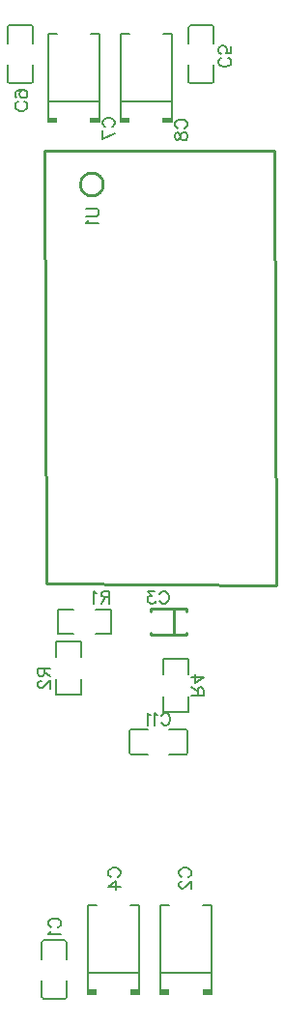
<source format=gbo>
G04 Layer: BottomSilkscreenLayer*
G04 Panelize: , Column: 2, Row: 1, Board Size: 40.01mm x 93.13mm, Panelized Board Size: 90.01mm x 93.13mm*
G04 EasyEDA v6.5.51, 2025-12-10 18:06:53*
G04 0555fe365c4c4ce19a54b4cc8b748554,f920225d1fc94cab822a7ee7b834fcf3,10*
G04 Gerber Generator version 0.2*
G04 Scale: 100 percent, Rotated: No, Reflected: No *
G04 Dimensions in millimeters *
G04 leading zeros omitted , absolute positions ,4 integer and 5 decimal *
%FSLAX45Y45*%
%MOMM*%

%ADD10C,0.1524*%
%ADD11C,0.2540*%
%ADD12C,0.0159*%

%LPD*%
D10*
X1373987Y7751089D02*
G01*
X1451965Y7751089D01*
X1467459Y7746009D01*
X1477873Y7735595D01*
X1482953Y7719847D01*
X1482953Y7709433D01*
X1477873Y7693939D01*
X1467459Y7683525D01*
X1451965Y7678445D01*
X1373987Y7678445D01*
X1394815Y7644155D02*
G01*
X1389481Y7633741D01*
X1373987Y7617993D01*
X1482953Y7617993D01*
X1069995Y1448226D02*
G01*
X1059604Y1453423D01*
X1049213Y1463814D01*
X1044018Y1474203D01*
X1044018Y1494985D01*
X1049213Y1505376D01*
X1059604Y1515767D01*
X1069995Y1520964D01*
X1085583Y1526159D01*
X1111559Y1526159D01*
X1127145Y1520964D01*
X1137536Y1515767D01*
X1147927Y1505376D01*
X1153121Y1494985D01*
X1153121Y1474203D01*
X1147927Y1463814D01*
X1137536Y1453423D01*
X1127145Y1448226D01*
X1064801Y1413936D02*
G01*
X1059604Y1403545D01*
X1044018Y1387960D01*
X1153121Y1387960D01*
X2212949Y1892680D02*
G01*
X2202535Y1898014D01*
X2192121Y1908429D01*
X2187041Y1918588D01*
X2187041Y1939417D01*
X2192121Y1949830D01*
X2202535Y1960245D01*
X2212949Y1965579D01*
X2228697Y1970659D01*
X2254605Y1970659D01*
X2270099Y1965579D01*
X2280513Y1960245D01*
X2290927Y1949830D01*
X2296007Y1939417D01*
X2296007Y1918588D01*
X2290927Y1908429D01*
X2280513Y1898014D01*
X2270099Y1892680D01*
X2212949Y1853311D02*
G01*
X2207869Y1853311D01*
X2197455Y1847977D01*
X2192121Y1842896D01*
X2187041Y1832482D01*
X2187041Y1811654D01*
X2192121Y1801240D01*
X2197455Y1796161D01*
X2207869Y1790827D01*
X2218283Y1790827D01*
X2228697Y1796161D01*
X2244191Y1806575D01*
X2296007Y1858390D01*
X2296007Y1785746D01*
X1590649Y1892680D02*
G01*
X1580235Y1898014D01*
X1569821Y1908429D01*
X1564741Y1918588D01*
X1564741Y1939417D01*
X1569821Y1949830D01*
X1580235Y1960245D01*
X1590649Y1965579D01*
X1606397Y1970659D01*
X1632305Y1970659D01*
X1647799Y1965579D01*
X1658213Y1960245D01*
X1668627Y1949830D01*
X1673707Y1939417D01*
X1673707Y1918588D01*
X1668627Y1908429D01*
X1658213Y1898014D01*
X1647799Y1892680D01*
X1564741Y1806575D02*
G01*
X1637385Y1858390D01*
X1637385Y1780412D01*
X1564741Y1806575D02*
G01*
X1673707Y1806575D01*
X1542465Y8464448D02*
G01*
X1532051Y8469782D01*
X1521637Y8480196D01*
X1516557Y8490356D01*
X1516557Y8511184D01*
X1521637Y8521598D01*
X1532051Y8532012D01*
X1542465Y8537346D01*
X1558213Y8542426D01*
X1584121Y8542426D01*
X1599615Y8537346D01*
X1610029Y8532012D01*
X1620443Y8521598D01*
X1625523Y8511184D01*
X1625523Y8490356D01*
X1620443Y8480196D01*
X1610029Y8469782D01*
X1599615Y8464448D01*
X1516557Y8357514D02*
G01*
X1625523Y8409330D01*
X1516557Y8430158D02*
G01*
X1516557Y8357514D01*
X2177465Y8451748D02*
G01*
X2167051Y8457082D01*
X2156637Y8467496D01*
X2151557Y8477656D01*
X2151557Y8498484D01*
X2156637Y8508898D01*
X2167051Y8519312D01*
X2177465Y8524646D01*
X2193213Y8529726D01*
X2219121Y8529726D01*
X2234615Y8524646D01*
X2245029Y8519312D01*
X2255443Y8508898D01*
X2260523Y8498484D01*
X2260523Y8477656D01*
X2255443Y8467496D01*
X2245029Y8457082D01*
X2234615Y8451748D01*
X2151557Y8391550D02*
G01*
X2156637Y8407044D01*
X2167051Y8412378D01*
X2177465Y8412378D01*
X2187879Y8407044D01*
X2193213Y8396630D01*
X2198293Y8376056D01*
X2203373Y8360308D01*
X2213787Y8349894D01*
X2224201Y8344814D01*
X2239949Y8344814D01*
X2250363Y8349894D01*
X2255443Y8355228D01*
X2260523Y8370722D01*
X2260523Y8391550D01*
X2255443Y8407044D01*
X2250363Y8412378D01*
X2239949Y8417458D01*
X2224201Y8417458D01*
X2213787Y8412378D01*
X2203373Y8401964D01*
X2198293Y8386216D01*
X2193213Y8365642D01*
X2187879Y8355228D01*
X2177465Y8349894D01*
X2167051Y8349894D01*
X2156637Y8355228D01*
X2151557Y8370722D01*
X2151557Y8391550D01*
X832281Y8683904D02*
G01*
X842695Y8678570D01*
X853109Y8668156D01*
X858189Y8657996D01*
X858189Y8637168D01*
X853109Y8626754D01*
X842695Y8616340D01*
X832281Y8611006D01*
X816533Y8605926D01*
X790625Y8605926D01*
X775131Y8611006D01*
X764717Y8616340D01*
X754303Y8626754D01*
X749223Y8637168D01*
X749223Y8657996D01*
X754303Y8668156D01*
X764717Y8678570D01*
X775131Y8683904D01*
X821867Y8785758D02*
G01*
X806373Y8780424D01*
X795959Y8770010D01*
X790625Y8754516D01*
X790625Y8749436D01*
X795959Y8733688D01*
X806373Y8723274D01*
X821867Y8718194D01*
X826947Y8718194D01*
X842695Y8723274D01*
X853109Y8733688D01*
X858189Y8749436D01*
X858189Y8754516D01*
X853109Y8770010D01*
X842695Y8780424D01*
X821867Y8785758D01*
X795959Y8785758D01*
X769797Y8780424D01*
X754303Y8770010D01*
X749223Y8754516D01*
X749223Y8744102D01*
X754303Y8728608D01*
X764717Y8723274D01*
X2616708Y9069578D02*
G01*
X2627122Y9064244D01*
X2637536Y9053829D01*
X2642615Y9043670D01*
X2642615Y9022842D01*
X2637536Y9012428D01*
X2627122Y9002013D01*
X2616708Y8996679D01*
X2600959Y8991600D01*
X2575052Y8991600D01*
X2559558Y8996679D01*
X2549143Y9002013D01*
X2538729Y9012428D01*
X2533650Y9022842D01*
X2533650Y9043670D01*
X2538729Y9053829D01*
X2549143Y9064244D01*
X2559558Y9069578D01*
X2642615Y9166097D02*
G01*
X2642615Y9114281D01*
X2595879Y9108947D01*
X2600959Y9114281D01*
X2606293Y9129776D01*
X2606293Y9145270D01*
X2600959Y9161018D01*
X2590800Y9171431D01*
X2575052Y9176512D01*
X2564638Y9176512D01*
X2549143Y9171431D01*
X2538729Y9161018D01*
X2533650Y9145270D01*
X2533650Y9129776D01*
X2538729Y9114281D01*
X2543809Y9108947D01*
X2554224Y9103868D01*
X2030222Y3302507D02*
G01*
X2035556Y3312921D01*
X2045970Y3323336D01*
X2056129Y3328415D01*
X2076958Y3328415D01*
X2087372Y3323336D01*
X2097786Y3312921D01*
X2103120Y3302507D01*
X2108200Y3286760D01*
X2108200Y3260852D01*
X2103120Y3245357D01*
X2097786Y3234944D01*
X2087372Y3224529D01*
X2076958Y3219450D01*
X2056129Y3219450D01*
X2045970Y3224529D01*
X2035556Y3234944D01*
X2030222Y3245357D01*
X1995931Y3307587D02*
G01*
X1985518Y3312921D01*
X1970024Y3328415D01*
X1970024Y3219450D01*
X1935734Y3307587D02*
G01*
X1925320Y3312921D01*
X1909826Y3328415D01*
X1909826Y3219450D01*
X2401315Y3479800D02*
G01*
X2292350Y3479800D01*
X2401315Y3479800D02*
G01*
X2401315Y3526536D01*
X2396236Y3542029D01*
X2390902Y3547363D01*
X2380488Y3552444D01*
X2370074Y3552444D01*
X2359659Y3547363D01*
X2354579Y3542029D01*
X2349500Y3526536D01*
X2349500Y3479800D01*
X2349500Y3516121D02*
G01*
X2292350Y3552444D01*
X2401315Y3638804D02*
G01*
X2328672Y3586734D01*
X2328672Y3664712D01*
X2401315Y3638804D02*
G01*
X2292350Y3638804D01*
X2017522Y4369307D02*
G01*
X2022856Y4379721D01*
X2033270Y4390136D01*
X2043429Y4395215D01*
X2064258Y4395215D01*
X2074672Y4390136D01*
X2085086Y4379721D01*
X2090420Y4369307D01*
X2095500Y4353560D01*
X2095500Y4327652D01*
X2090420Y4312157D01*
X2085086Y4301744D01*
X2074672Y4291329D01*
X2064258Y4286250D01*
X2043429Y4286250D01*
X2033270Y4291329D01*
X2022856Y4301744D01*
X2017522Y4312157D01*
X1972818Y4395215D02*
G01*
X1915668Y4395215D01*
X1946909Y4353560D01*
X1931415Y4353560D01*
X1921002Y4348479D01*
X1915668Y4343400D01*
X1910587Y4327652D01*
X1910587Y4317237D01*
X1915668Y4301744D01*
X1926081Y4291329D01*
X1941829Y4286250D01*
X1957324Y4286250D01*
X1972818Y4291329D01*
X1978152Y4296410D01*
X1983231Y4306823D01*
X1574800Y4395215D02*
G01*
X1574800Y4286250D01*
X1574800Y4395215D02*
G01*
X1528063Y4395215D01*
X1512570Y4390136D01*
X1507236Y4384802D01*
X1502155Y4374387D01*
X1502155Y4363973D01*
X1507236Y4353560D01*
X1512570Y4348479D01*
X1528063Y4343400D01*
X1574800Y4343400D01*
X1538478Y4343400D02*
G01*
X1502155Y4286250D01*
X1467865Y4374387D02*
G01*
X1457452Y4379721D01*
X1441704Y4395215D01*
X1441704Y4286250D01*
X951484Y3721100D02*
G01*
X1060450Y3721100D01*
X951484Y3721100D02*
G01*
X951484Y3674363D01*
X956563Y3658870D01*
X961897Y3653536D01*
X972312Y3648455D01*
X982726Y3648455D01*
X993139Y3653536D01*
X998220Y3658870D01*
X1003300Y3674363D01*
X1003300Y3721100D01*
X1003300Y3684778D02*
G01*
X1060450Y3648455D01*
X977392Y3608831D02*
G01*
X972312Y3608831D01*
X961897Y3603752D01*
X956563Y3598418D01*
X951484Y3588004D01*
X951484Y3567429D01*
X956563Y3557015D01*
X961897Y3551681D01*
X972312Y3546602D01*
X982726Y3546602D01*
X993139Y3551681D01*
X1008634Y3562095D01*
X1060450Y3614165D01*
X1060450Y3541268D01*
G36*
X2017674Y905002D02*
G01*
X2017674Y859282D01*
X2103069Y859282D01*
X2103069Y905002D01*
G37*
G36*
X2392730Y905002D02*
G01*
X2392730Y859282D01*
X2478125Y859282D01*
X2478125Y905002D01*
G37*
G36*
X1382674Y905002D02*
G01*
X1382674Y859282D01*
X1468069Y859282D01*
X1468069Y905002D01*
G37*
G36*
X1757730Y905002D02*
G01*
X1757730Y859282D01*
X1843125Y859282D01*
X1843125Y905002D01*
G37*
G36*
X1033322Y8545728D02*
G01*
X1033322Y8500008D01*
X1118717Y8500008D01*
X1118717Y8545728D01*
G37*
G36*
X1408430Y8545728D02*
G01*
X1408430Y8500008D01*
X1493824Y8500008D01*
X1493824Y8545728D01*
G37*
G36*
X1668322Y8545728D02*
G01*
X1668322Y8500008D01*
X1753717Y8500008D01*
X1753717Y8545728D01*
G37*
G36*
X2043430Y8545728D02*
G01*
X2043430Y8500008D01*
X2128824Y8500008D01*
X2128824Y8545728D01*
G37*
G36*
X2133600Y4241800D02*
G01*
X2133600Y4013200D01*
X2159000Y4013200D01*
X2159000Y4241800D01*
G37*
D11*
X1006703Y8259089D02*
G01*
X3022701Y8259089D01*
X1006703Y8259089D02*
G01*
X1022705Y4459096D01*
X3038703Y4449089D01*
X3022701Y8259089D01*
D10*
X982939Y838380D02*
G01*
X982939Y986878D01*
X1201460Y986878D02*
G01*
X1201460Y838380D01*
X1186220Y823140D02*
G01*
X998179Y823140D01*
X982939Y1320619D02*
G01*
X982939Y1172121D01*
X1201460Y1172121D02*
G01*
X1201460Y1320619D01*
X1186220Y1335859D02*
G01*
X998179Y1335859D01*
X2025279Y1642623D02*
G01*
X2025279Y897376D01*
X2470520Y1642623D02*
G01*
X2470520Y897376D01*
X2025279Y1049573D02*
G01*
X2470520Y1049573D01*
X2025279Y1642623D02*
G01*
X2097981Y1642623D01*
X2470520Y1642623D02*
G01*
X2397818Y1642623D01*
X1390279Y1642623D02*
G01*
X1390279Y897376D01*
X1835520Y1642623D02*
G01*
X1835520Y897376D01*
X1390279Y1049573D02*
G01*
X1835520Y1049573D01*
X1390279Y1642623D02*
G01*
X1462981Y1642623D01*
X1835520Y1642623D02*
G01*
X1762818Y1642623D01*
X1040952Y9283349D02*
G01*
X1040952Y8538103D01*
X1486194Y9283349D02*
G01*
X1486194Y8538103D01*
X1040952Y8690300D02*
G01*
X1486194Y8690300D01*
X1040952Y9283349D02*
G01*
X1113655Y9283349D01*
X1486194Y9283349D02*
G01*
X1413492Y9283349D01*
X1675952Y9283349D02*
G01*
X1675952Y8538103D01*
X2121194Y9283349D02*
G01*
X2121194Y8538103D01*
X1675952Y8690300D02*
G01*
X2121194Y8690300D01*
X1675952Y9283349D02*
G01*
X1748655Y9283349D01*
X2121194Y9283349D02*
G01*
X2048492Y9283349D01*
X902934Y9342346D02*
G01*
X902934Y9193847D01*
X684413Y9193847D02*
G01*
X684413Y9342346D01*
X699653Y9357586D02*
G01*
X887694Y9357586D01*
X902934Y8860106D02*
G01*
X902934Y9008605D01*
X684413Y9008605D02*
G01*
X684413Y8860106D01*
X699653Y8844866D02*
G01*
X887694Y8844866D01*
X2490434Y9342346D02*
G01*
X2490434Y9193847D01*
X2271913Y9193847D02*
G01*
X2271913Y9342346D01*
X2287153Y9357586D02*
G01*
X2475194Y9357586D01*
X2490434Y8860106D02*
G01*
X2490434Y9008605D01*
X2271913Y9008605D02*
G01*
X2271913Y8860106D01*
X2287153Y8844866D02*
G01*
X2475194Y8844866D01*
X1765480Y3182660D02*
G01*
X1913978Y3182660D01*
X1913978Y2964139D02*
G01*
X1765480Y2964139D01*
X1750240Y2979379D02*
G01*
X1750240Y3167420D01*
X2247719Y3182660D02*
G01*
X2099221Y3182660D01*
X2099221Y2964139D02*
G01*
X2247719Y2964139D01*
X2262959Y2979379D02*
G01*
X2262959Y3167420D01*
X2266909Y3473579D02*
G01*
X2266909Y3337587D01*
X2051090Y3337587D01*
X2051090Y3473579D01*
X2266909Y3663820D02*
G01*
X2266909Y3799812D01*
X2051090Y3799812D01*
X2051090Y3663820D01*
D11*
X2255502Y4013200D02*
G01*
X2108311Y4013200D01*
X2108311Y4013200D01*
X1935500Y4013200D01*
X2255499Y4241800D02*
G01*
X1935497Y4241800D01*
X2255499Y4241800D02*
G01*
X2255499Y4220613D01*
X2255499Y4034386D02*
G01*
X2255499Y4013200D01*
X1935497Y4241800D02*
G01*
X1935497Y4220613D01*
X1935497Y4034386D02*
G01*
X1935497Y4013200D01*
D10*
X1263779Y4019590D02*
G01*
X1127787Y4019590D01*
X1127787Y4235409D01*
X1263779Y4235409D01*
X1454020Y4019590D02*
G01*
X1590012Y4019590D01*
X1590012Y4235409D01*
X1454020Y4235409D01*
X1327109Y3625979D02*
G01*
X1327109Y3489987D01*
X1111290Y3489987D01*
X1111290Y3625979D01*
X1327109Y3816220D02*
G01*
X1327109Y3952212D01*
X1111290Y3952212D01*
X1111290Y3816220D01*
G75*
G01*
X1201461Y838380D02*
G02*
X1186221Y823140I-15240J0D01*
G75*
G01*
X998179Y823140D02*
G02*
X982939Y838380I0J15240D01*
G75*
G01*
X1201461Y1320620D02*
G03*
X1186221Y1335860I-15240J0D01*
G75*
G01*
X998179Y1335860D02*
G03*
X982939Y1320620I0J-15240D01*
G75*
G01*
X684413Y9342346D02*
G02*
X699653Y9357586I15240J0D01*
G75*
G01*
X887694Y9357586D02*
G02*
X902934Y9342346I0J-15240D01*
G75*
G01*
X684413Y8860107D02*
G03*
X699653Y8844867I15240J0D01*
G75*
G01*
X887694Y8844867D02*
G03*
X902934Y8860107I0J15240D01*
G75*
G01*
X2271913Y9342346D02*
G02*
X2287153Y9357586I15240J0D01*
G75*
G01*
X2475194Y9357586D02*
G02*
X2490434Y9342346I0J-15240D01*
G75*
G01*
X2271913Y8860107D02*
G03*
X2287153Y8844867I15240J0D01*
G75*
G01*
X2475194Y8844867D02*
G03*
X2490434Y8860107I0J15240D01*
G75*
G01*
X1765480Y2964139D02*
G02*
X1750240Y2979379I0J15240D01*
G75*
G01*
X1750240Y3167421D02*
G02*
X1765480Y3182661I15240J0D01*
G75*
G01*
X2247720Y2964139D02*
G03*
X2262960Y2979379I0J15240D01*
G75*
G01*
X2262960Y3167421D02*
G03*
X2247720Y3182661I-15240J0D01*
D11*
G75*
G01
X1522705Y7959090D02*
G03X1522705Y7959090I-100000J0D01*
M02*

</source>
